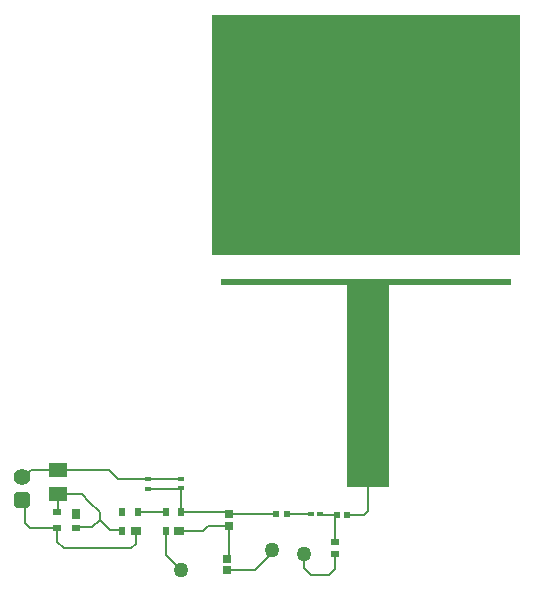
<source format=gtl>
G04*
G04 #@! TF.GenerationSoftware,Altium Limited,Altium Designer,24.5.2 (23)*
G04*
G04 Layer_Physical_Order=1*
G04 Layer_Color=255*
%FSLAX44Y44*%
%MOMM*%
G71*
G04*
G04 #@! TF.SameCoordinates,38DC1C0D-580C-4CDA-A678-22B3372D846F*
G04*
G04*
G04 #@! TF.FilePolarity,Positive*
G04*
G01*
G75*
%ADD12C,0.2000*%
%ADD14R,0.6000X0.8000*%
%ADD15R,0.7200X0.7600*%
%ADD16R,0.7725X0.6274*%
%ADD17R,1.5240X1.5240*%
%ADD18R,1.5500X1.2500*%
%ADD19R,0.5400X0.6000*%
%ADD20R,0.6153X0.5725*%
%ADD21R,0.5541X0.4627*%
%ADD22R,0.5000X0.4000*%
%ADD23R,0.9000X0.8000*%
%ADD24R,0.8000X0.6000*%
%ADD25R,0.8000X0.9000*%
%ADD29R,3.5300X17.4383*%
%ADD41R,26.0770X20.4386*%
%ADD42R,24.6010X0.5000*%
%ADD43C,1.4000*%
G04:AMPARAMS|DCode=44|XSize=1.4mm|YSize=1.4mm|CornerRadius=0.35mm|HoleSize=0mm|Usage=FLASHONLY|Rotation=90.000|XOffset=0mm|YOffset=0mm|HoleType=Round|Shape=RoundedRectangle|*
%AMROUNDEDRECTD44*
21,1,1.4000,0.7000,0,0,90.0*
21,1,0.7000,1.4000,0,0,90.0*
1,1,0.7000,0.3500,0.3500*
1,1,0.7000,0.3500,-0.3500*
1,1,0.7000,-0.3500,-0.3500*
1,1,0.7000,-0.3500,0.3500*
%
%ADD44ROUNDEDRECTD44*%
%ADD45C,1.2700*%
D12*
X473710Y81280D02*
Y93689D01*
X382270Y80225D02*
X405490D01*
X453390Y76200D02*
X468630D01*
X473710Y81280D01*
X447040Y82550D02*
X453390Y76200D01*
X447040Y82550D02*
Y93835D01*
X330050Y92860D02*
Y113775D01*
Y92860D02*
X342685Y80225D01*
X405490D02*
X420370Y95105D01*
X501270Y130430D02*
Y162400D01*
X342755Y149525D02*
X342900Y149670D01*
X314960Y149525D02*
X342755D01*
X314960Y157525D02*
X342755D01*
X342900Y157670D01*
X215543Y165045D02*
X238760D01*
X210214Y159715D02*
X215543Y165045D01*
X208280Y159715D02*
X210214D01*
X238760Y129545D02*
Y144545D01*
X259170D02*
X265430Y138285D01*
X238760Y144545D02*
X259170D01*
X289560Y157480D02*
X314915D01*
X314960Y157525D01*
X281995Y165045D02*
X289560Y157480D01*
X238760Y165045D02*
X281995D01*
X330050Y113775D02*
X330200Y113625D01*
X485140Y127000D02*
X497840D01*
X501270Y130430D01*
X460476Y127979D02*
X461455Y127000D01*
X473710D01*
Y104140D02*
Y127000D01*
X420370Y95105D02*
Y97645D01*
X381710Y129775D02*
X383540Y127945D01*
X423524D01*
X243840Y98915D02*
X300990D01*
X274320Y123045D02*
Y129395D01*
X238380Y104375D02*
X243840Y98915D01*
X238380Y104375D02*
Y116545D01*
X423524Y127945D02*
X423704Y128125D01*
X432421Y127979D02*
X453390D01*
X432276Y128125D02*
X432421Y127979D01*
X343050Y129775D02*
X381710D01*
X306220D02*
X330050D01*
X208280Y139715D02*
X211201Y136793D01*
X473710Y104140D02*
X474500Y104930D01*
X365740Y117945D02*
X383340D01*
X361570Y113775D02*
X365740Y117945D01*
X341550Y113775D02*
X361570D01*
X343050Y129775D02*
Y148105D01*
X342710Y148445D02*
X343050Y148105D01*
X382270Y90025D02*
X383540Y91295D01*
Y118145D01*
X383340Y117945D02*
X383540Y118145D01*
X283185Y114180D02*
X292815D01*
X293220Y113775D01*
X304720Y102645D02*
Y113775D01*
X274320Y123045D02*
X283185Y114180D01*
X267970Y116695D02*
X274320Y123045D01*
X254530Y116695D02*
X267970D01*
X254380Y116545D02*
X254530Y116695D01*
X211201Y120124D02*
Y136793D01*
X214780Y116545D02*
X238380D01*
X211201Y120124D02*
X214780Y116545D01*
X300990Y98915D02*
X304720Y102645D01*
X265430Y138285D02*
X274320Y129395D01*
D14*
X330050Y113775D02*
D03*
X343050Y129775D02*
D03*
X330050D02*
D03*
X293220Y113775D02*
D03*
X306220Y129775D02*
D03*
X293220D02*
D03*
D15*
X382270Y80225D02*
D03*
Y90025D02*
D03*
X383540Y118145D02*
D03*
Y127945D02*
D03*
D16*
X473710Y93689D02*
D03*
Y104140D02*
D03*
D17*
X501270Y162400D02*
D03*
D18*
X238760Y144545D02*
D03*
Y165045D02*
D03*
D19*
X483525Y127000D02*
D03*
X475325D02*
D03*
D20*
X423704Y128125D02*
D03*
X432276D02*
D03*
D21*
X460476Y127979D02*
D03*
X453390D02*
D03*
D22*
X342900Y157670D02*
D03*
Y149670D02*
D03*
X314960Y157525D02*
D03*
Y149525D02*
D03*
D23*
X341550Y113775D02*
D03*
X304720D02*
D03*
D24*
X254380Y116545D02*
D03*
X238380Y129545D02*
D03*
Y116545D02*
D03*
D25*
X254380Y128045D02*
D03*
D29*
X501028Y238080D02*
D03*
D41*
X500002Y448941D02*
D03*
D42*
X499425Y324248D02*
D03*
D43*
X500000Y316750D02*
D03*
X208280Y159715D02*
D03*
D44*
Y139715D02*
D03*
D45*
X342685Y80225D02*
D03*
X447040Y93835D02*
D03*
X420370Y97645D02*
D03*
M02*

</source>
